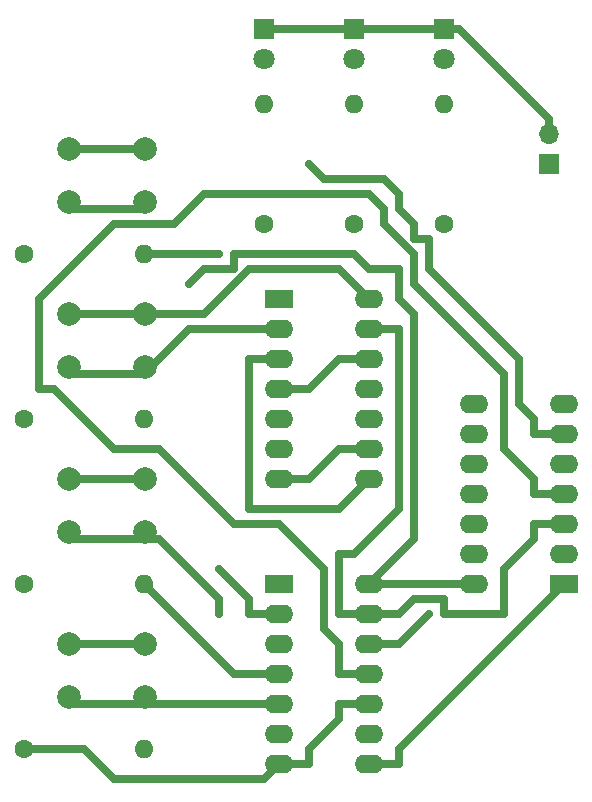
<source format=gbr>
G04 #@! TF.FileFunction,Copper,L2,Bot,Signal*
%FSLAX46Y46*%
G04 Gerber Fmt 4.6, Leading zero omitted, Abs format (unit mm)*
G04 Created by KiCad (PCBNEW 4.0.7) date Wed Nov  8 23:29:03 2017*
%MOMM*%
%LPD*%
G01*
G04 APERTURE LIST*
%ADD10C,0.100000*%
%ADD11R,1.800000X1.800000*%
%ADD12C,1.800000*%
%ADD13R,1.700000X1.700000*%
%ADD14O,1.700000X1.700000*%
%ADD15C,1.600000*%
%ADD16O,1.600000X1.600000*%
%ADD17C,2.000000*%
%ADD18R,2.400000X1.600000*%
%ADD19O,2.400000X1.600000*%
%ADD20C,0.600000*%
%ADD21C,0.635000*%
G04 APERTURE END LIST*
D10*
D11*
X38100000Y67310000D03*
D12*
X38100000Y64770000D03*
D11*
X30480000Y67310000D03*
D12*
X30480000Y64770000D03*
D11*
X22860000Y67310000D03*
D12*
X22860000Y64770000D03*
D13*
X46990000Y55880000D03*
D14*
X46990000Y58420000D03*
D15*
X38100000Y50800000D03*
D16*
X38100000Y60960000D03*
D15*
X2540000Y48260000D03*
D16*
X12700000Y48260000D03*
D15*
X2540000Y34290000D03*
D16*
X12700000Y34290000D03*
D15*
X30480000Y50800000D03*
D16*
X30480000Y60960000D03*
D15*
X22860000Y50800000D03*
D16*
X22860000Y60960000D03*
D15*
X2540000Y20320000D03*
D16*
X12700000Y20320000D03*
D15*
X2540000Y6350000D03*
D16*
X12700000Y6350000D03*
D17*
X6350000Y52650000D03*
X6350000Y57150000D03*
X12850000Y52650000D03*
X12850000Y57150000D03*
X6350000Y38680000D03*
X6350000Y43180000D03*
X12850000Y38680000D03*
X12850000Y43180000D03*
X6350000Y24710000D03*
X6350000Y29210000D03*
X12850000Y24710000D03*
X12850000Y29210000D03*
X6350000Y10740000D03*
X6350000Y15240000D03*
X12850000Y10740000D03*
X12850000Y15240000D03*
D18*
X24130000Y44450000D03*
D19*
X31750000Y29210000D03*
X24130000Y41910000D03*
X31750000Y31750000D03*
X24130000Y39370000D03*
X31750000Y34290000D03*
X24130000Y36830000D03*
X31750000Y36830000D03*
X24130000Y34290000D03*
X31750000Y39370000D03*
X24130000Y31750000D03*
X31750000Y41910000D03*
X24130000Y29210000D03*
X31750000Y44450000D03*
D18*
X24130000Y20320000D03*
D19*
X31750000Y5080000D03*
X24130000Y17780000D03*
X31750000Y7620000D03*
X24130000Y15240000D03*
X31750000Y10160000D03*
X24130000Y12700000D03*
X31750000Y12700000D03*
X24130000Y10160000D03*
X31750000Y15240000D03*
X24130000Y7620000D03*
X31750000Y17780000D03*
X24130000Y5080000D03*
X31750000Y20320000D03*
D18*
X48260000Y20320000D03*
D19*
X40640000Y35560000D03*
X48260000Y22860000D03*
X40640000Y33020000D03*
X48260000Y25400000D03*
X40640000Y30480000D03*
X48260000Y27940000D03*
X40640000Y27940000D03*
X48260000Y30480000D03*
X40640000Y25400000D03*
X48260000Y33020000D03*
X40640000Y22860000D03*
X48260000Y35560000D03*
X40640000Y20320000D03*
D20*
X16510000Y45720000D03*
X19050000Y48260000D03*
X19050000Y21590000D03*
X26670000Y55880000D03*
X19050000Y17780000D03*
X36830000Y17780000D03*
D21*
X46990000Y58420000D02*
X46990000Y59690000D01*
X46990000Y59690000D02*
X39370000Y67310000D01*
X39370000Y67310000D02*
X38100000Y67310000D01*
X31750000Y10160000D02*
X29210000Y10160000D01*
X29210000Y10160000D02*
X29210000Y8890000D01*
X29210000Y8890000D02*
X26670000Y6350000D01*
X26670000Y6350000D02*
X26670000Y5080000D01*
X26670000Y5080000D02*
X24130000Y5080000D01*
X24130000Y5080000D02*
X22860000Y3810000D01*
X22860000Y3810000D02*
X10160000Y3810000D01*
X10160000Y3810000D02*
X7620000Y6350000D01*
X7620000Y6350000D02*
X2540000Y6350000D01*
X31750000Y31750000D02*
X29210000Y31750000D01*
X29210000Y31750000D02*
X26670000Y29210000D01*
X26670000Y29210000D02*
X24130000Y29210000D01*
X30480000Y67310000D02*
X22860000Y67310000D01*
X38100000Y67310000D02*
X30480000Y67310000D01*
X16510000Y45720000D02*
X17780000Y46990000D01*
X17780000Y46990000D02*
X20320000Y46990000D01*
X20320000Y46990000D02*
X20320000Y48260000D01*
X20320000Y48260000D02*
X30480000Y48260000D01*
X30480000Y48260000D02*
X31750000Y46990000D01*
X31750000Y46990000D02*
X34290000Y46990000D01*
X34290000Y46990000D02*
X34290000Y44450000D01*
X34290000Y44450000D02*
X35560000Y43180000D01*
X35560000Y43180000D02*
X35560000Y24130000D01*
X35560000Y24130000D02*
X31750000Y20320000D01*
X31750000Y44450000D02*
X29210000Y46990000D01*
X29210000Y46990000D02*
X21590000Y46990000D01*
X21590000Y46990000D02*
X17780000Y43180000D01*
X17780000Y43180000D02*
X12850000Y43180000D01*
X31750000Y20320000D02*
X40640000Y20320000D01*
X6350000Y29210000D02*
X12850000Y29210000D01*
X12850000Y43180000D02*
X6350000Y43180000D01*
X6350000Y57150000D02*
X12850000Y57150000D01*
X6350000Y15240000D02*
X12850000Y15240000D01*
X12700000Y48260000D02*
X19050000Y48260000D01*
X12850000Y52650000D02*
X12700000Y52070000D01*
X12700000Y52070000D02*
X6350000Y52070000D01*
X6350000Y52070000D02*
X6350000Y52650000D01*
X12850000Y38680000D02*
X12700000Y38100000D01*
X12700000Y38100000D02*
X16510000Y41910000D01*
X16510000Y41910000D02*
X24130000Y41910000D01*
X19050000Y21590000D02*
X21590000Y19050000D01*
X21590000Y19050000D02*
X21590000Y17780000D01*
X21590000Y17780000D02*
X24130000Y17780000D01*
X12850000Y38680000D02*
X12700000Y38100000D01*
X12700000Y38100000D02*
X6350000Y38100000D01*
X6350000Y38100000D02*
X6350000Y38680000D01*
X26670000Y55880000D02*
X27940000Y54610000D01*
X27940000Y54610000D02*
X33020000Y54610000D01*
X33020000Y54610000D02*
X34290000Y53340000D01*
X34290000Y53340000D02*
X34290000Y52070000D01*
X34290000Y52070000D02*
X35560000Y50800000D01*
X35560000Y50800000D02*
X35560000Y49530000D01*
X35560000Y49530000D02*
X36830000Y49530000D01*
X36830000Y49530000D02*
X36830000Y46990000D01*
X36830000Y46990000D02*
X44450000Y39370000D01*
X44450000Y39370000D02*
X44450000Y35560000D01*
X44450000Y35560000D02*
X45720000Y34290000D01*
X45720000Y34290000D02*
X45720000Y33020000D01*
X45720000Y33020000D02*
X48260000Y33020000D01*
X19050000Y17780000D02*
X19050000Y19050000D01*
X19050000Y19050000D02*
X13970000Y24130000D01*
X13970000Y24130000D02*
X12700000Y24130000D01*
X12700000Y24130000D02*
X12850000Y24710000D01*
X12700000Y20320000D02*
X20320000Y12700000D01*
X20320000Y12700000D02*
X24130000Y12700000D01*
X12850000Y24710000D02*
X12700000Y24130000D01*
X12700000Y24130000D02*
X6350000Y24130000D01*
X6350000Y24130000D02*
X6350000Y24710000D01*
X24130000Y10160000D02*
X12700000Y10160000D01*
X12700000Y10160000D02*
X12850000Y10740000D01*
X12850000Y10740000D02*
X12700000Y10160000D01*
X12700000Y10160000D02*
X6350000Y10160000D01*
X6350000Y10160000D02*
X6350000Y10740000D01*
X31750000Y29210000D02*
X29210000Y26670000D01*
X29210000Y26670000D02*
X21590000Y26670000D01*
X21590000Y26670000D02*
X21590000Y39370000D01*
X21590000Y39370000D02*
X24130000Y39370000D01*
X36830000Y17780000D02*
X34290000Y15240000D01*
X34290000Y15240000D02*
X31750000Y15240000D01*
X24130000Y36830000D02*
X26670000Y36830000D01*
X26670000Y36830000D02*
X29210000Y39370000D01*
X29210000Y39370000D02*
X31750000Y39370000D01*
X31750000Y17780000D02*
X34290000Y17780000D01*
X34290000Y17780000D02*
X35560000Y19050000D01*
X35560000Y19050000D02*
X38100000Y19050000D01*
X38100000Y19050000D02*
X38100000Y17780000D01*
X38100000Y17780000D02*
X43180000Y17780000D01*
X43180000Y17780000D02*
X43180000Y21590000D01*
X43180000Y21590000D02*
X45720000Y24130000D01*
X45720000Y24130000D02*
X45720000Y25400000D01*
X45720000Y25400000D02*
X48260000Y25400000D01*
X31750000Y41910000D02*
X34290000Y41910000D01*
X34290000Y41910000D02*
X34290000Y26670000D01*
X34290000Y26670000D02*
X30480000Y22860000D01*
X30480000Y22860000D02*
X29210000Y22860000D01*
X29210000Y22860000D02*
X29210000Y17780000D01*
X29210000Y17780000D02*
X31750000Y17780000D01*
X31750000Y5080000D02*
X34290000Y5080000D01*
X34290000Y5080000D02*
X34290000Y6350000D01*
X34290000Y6350000D02*
X48260000Y20320000D01*
X31750000Y12700000D02*
X29210000Y12700000D01*
X29210000Y12700000D02*
X29210000Y15240000D01*
X29210000Y15240000D02*
X27940000Y16510000D01*
X27940000Y16510000D02*
X27940000Y21590000D01*
X27940000Y21590000D02*
X24130000Y25400000D01*
X24130000Y25400000D02*
X20320000Y25400000D01*
X20320000Y25400000D02*
X13970000Y31750000D01*
X13970000Y31750000D02*
X10160000Y31750000D01*
X10160000Y31750000D02*
X5080000Y36830000D01*
X5080000Y36830000D02*
X3810000Y36830000D01*
X3810000Y36830000D02*
X3810000Y44450000D01*
X3810000Y44450000D02*
X10160000Y50800000D01*
X10160000Y50800000D02*
X15240000Y50800000D01*
X15240000Y50800000D02*
X17780000Y53340000D01*
X17780000Y53340000D02*
X31750000Y53340000D01*
X31750000Y53340000D02*
X33020000Y52070000D01*
X33020000Y52070000D02*
X33020000Y50800000D01*
X33020000Y50800000D02*
X35560000Y48260000D01*
X35560000Y48260000D02*
X35560000Y45720000D01*
X35560000Y45720000D02*
X43180000Y38100000D01*
X43180000Y38100000D02*
X43180000Y31750000D01*
X43180000Y31750000D02*
X45720000Y29210000D01*
X45720000Y29210000D02*
X45720000Y27940000D01*
X45720000Y27940000D02*
X48260000Y27940000D01*
M02*

</source>
